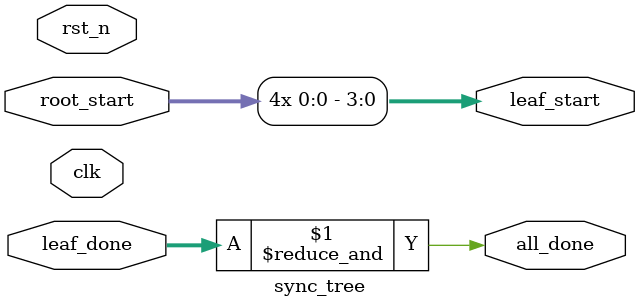
<source format=v>

`timescale 1ns/1ps

module sync_tree #(
    parameter NUM_LEAVES = 4
)(
    input  wire                  clk,
    input  wire                  rst_n,
    input  wire [NUM_LEAVES-1:0] leaf_done,
    output wire                  all_done,
    input  wire                  root_start,
    output wire [NUM_LEAVES-1:0] leaf_start
);

    assign all_done = &leaf_done;

    assign leaf_start = {NUM_LEAVES{root_start}};

endmodule

</source>
